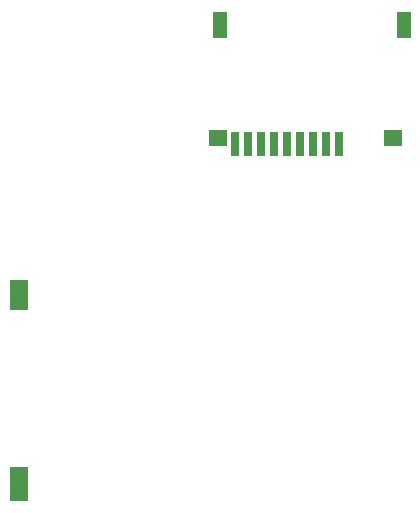
<source format=gbr>
G04 #@! TF.GenerationSoftware,KiCad,Pcbnew,(5.1.4)-1*
G04 #@! TF.CreationDate,2020-02-10T17:26:07+08:00*
G04 #@! TF.ProjectId,F1C100s-i80,46314331-3030-4732-9d69-38302e6b6963,rev?*
G04 #@! TF.SameCoordinates,Original*
G04 #@! TF.FileFunction,Paste,Bot*
G04 #@! TF.FilePolarity,Positive*
%FSLAX46Y46*%
G04 Gerber Fmt 4.6, Leading zero omitted, Abs format (unit mm)*
G04 Created by KiCad (PCBNEW (5.1.4)-1) date 2020-02-10 17:26:07*
%MOMM*%
%LPD*%
G04 APERTURE LIST*
%ADD10R,1.500000X2.500000*%
%ADD11R,1.500000X2.900000*%
%ADD12R,1.200000X2.200000*%
%ADD13R,1.600000X1.400000*%
%ADD14R,0.750000X2.000000*%
G04 APERTURE END LIST*
D10*
X48260000Y-47880000D03*
D11*
X48260000Y-63880000D03*
D12*
X65325000Y-25038000D03*
X80825000Y-25038000D03*
D13*
X65125000Y-34638000D03*
X79925000Y-34638000D03*
D14*
X66525000Y-35138000D03*
X67625000Y-35138000D03*
X68725000Y-35138000D03*
X69825000Y-35138000D03*
X70925000Y-35138000D03*
X72025000Y-35138000D03*
X73125000Y-35138000D03*
X74225000Y-35138000D03*
X75325000Y-35138000D03*
M02*

</source>
